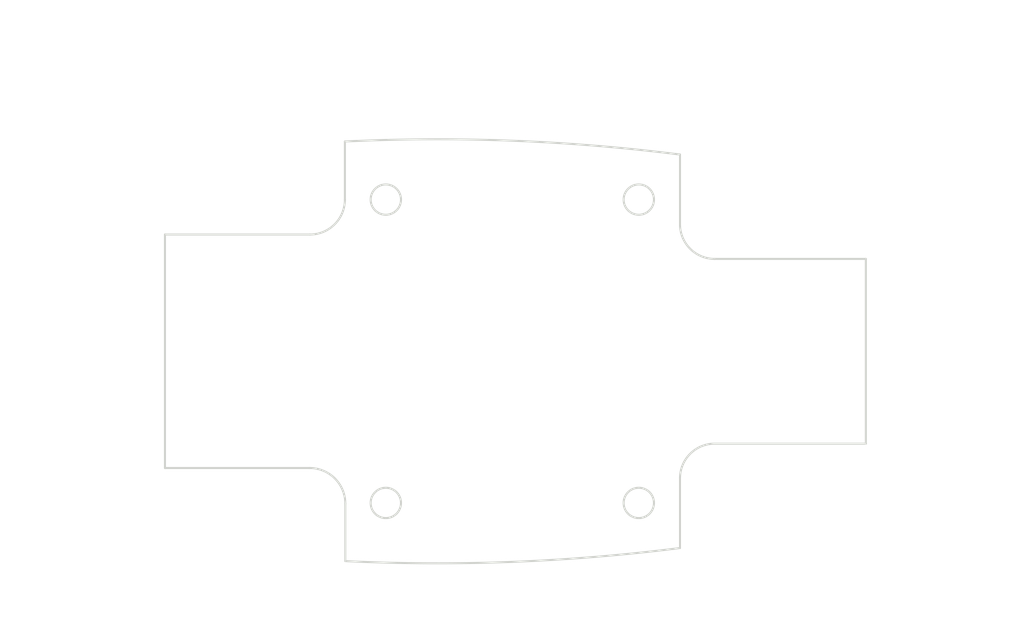
<source format=kicad_pcb>
(kicad_pcb (version 20171130) (host pcbnew "(5.1.0)-1")

  (general
    (thickness 1.6)
    (drawings 94)
    (tracks 0)
    (zones 0)
    (modules 0)
    (nets 1)
  )

  (page A4)
  (layers
    (0 F.Cu signal)
    (31 B.Cu signal)
    (32 B.Adhes user)
    (33 F.Adhes user)
    (34 B.Paste user)
    (35 F.Paste user)
    (36 B.SilkS user)
    (37 F.SilkS user)
    (38 B.Mask user)
    (39 F.Mask user)
    (40 Dwgs.User user)
    (41 Cmts.User user)
    (42 Eco1.User user)
    (43 Eco2.User user)
    (44 Edge.Cuts user)
    (45 Margin user)
    (46 B.CrtYd user)
    (47 F.CrtYd user)
    (48 B.Fab user)
    (49 F.Fab user)
  )

  (setup
    (last_trace_width 0.25)
    (trace_clearance 0.2)
    (zone_clearance 0.508)
    (zone_45_only no)
    (trace_min 0.2)
    (via_size 0.8)
    (via_drill 0.4)
    (via_min_size 0.4)
    (via_min_drill 0.3)
    (uvia_size 0.3)
    (uvia_drill 0.1)
    (uvias_allowed no)
    (uvia_min_size 0.2)
    (uvia_min_drill 0.1)
    (edge_width 0.05)
    (segment_width 0.2)
    (pcb_text_width 0.3)
    (pcb_text_size 1.5 1.5)
    (mod_edge_width 0.12)
    (mod_text_size 1 1)
    (mod_text_width 0.15)
    (pad_size 1.524 1.524)
    (pad_drill 0.762)
    (pad_to_mask_clearance 0.051)
    (solder_mask_min_width 0.25)
    (aux_axis_origin 0 0)
    (visible_elements FFFFEF7F)
    (pcbplotparams
      (layerselection 0x010fc_ffffffff)
      (usegerberextensions false)
      (usegerberattributes false)
      (usegerberadvancedattributes false)
      (creategerberjobfile false)
      (excludeedgelayer true)
      (linewidth 0.152400)
      (plotframeref false)
      (viasonmask false)
      (mode 1)
      (useauxorigin false)
      (hpglpennumber 1)
      (hpglpenspeed 20)
      (hpglpendiameter 15.000000)
      (psnegative false)
      (psa4output false)
      (plotreference true)
      (plotvalue true)
      (plotinvisibletext false)
      (padsonsilk false)
      (subtractmaskfromsilk false)
      (outputformat 1)
      (mirror false)
      (drillshape 1)
      (scaleselection 1)
      (outputdirectory ""))
  )

  (net 0 "")

  (net_class Default "This is the default net class."
    (clearance 0.2)
    (trace_width 0.25)
    (via_dia 0.8)
    (via_drill 0.4)
    (uvia_dia 0.3)
    (uvia_drill 0.1)
  )

  (gr_line (start 161.587333 118.374842) (end 161.587333 125.269927) (layer Edge.Cuts) (width 0.2))
  (gr_arc (start 165.015696 118.374842) (end 165.015696 114.946479) (angle -90) (layer Edge.Cuts) (width 0.2))
  (gr_line (start 179.953423 114.946479) (end 165.015696 114.946479) (layer Edge.Cuts) (width 0.2))
  (gr_line (start 179.953423 96.674661) (end 179.953423 114.946479) (layer Edge.Cuts) (width 0.2))
  (gr_line (start 165.015696 96.674661) (end 179.953423 96.674661) (layer Edge.Cuts) (width 0.2))
  (gr_arc (start 165.015696 93.245948) (end 161.586984 93.245949) (angle -89.99999246) (layer Edge.Cuts) (width 0.2))
  (gr_line (start 161.586983 86.353039) (end 161.586984 93.245949) (layer Edge.Cuts) (width 0.2))
  (gr_arc (start 137.64115 275.342052) (end 161.586983 86.353039) (angle -9.980073532) (layer Edge.Cuts) (width 0.2))
  (gr_line (start 128.47177 90.809281) (end 128.471769 85.062857) (layer Edge.Cuts) (width 0.2))
  (gr_arc (start 125.016109 90.809281) (end 125.016109 94.264942) (angle -90.00000754) (layer Edge.Cuts) (width 0.2))
  (gr_line (start 110.68982 94.264942) (end 125.016109 94.264942) (layer Edge.Cuts) (width 0.2))
  (gr_line (start 110.689823 117.356198) (end 110.68982 94.264942) (layer Edge.Cuts) (width 0.2))
  (gr_line (start 124.989483 117.356196) (end 110.689823 117.356198) (layer Edge.Cuts) (width 0.2))
  (gr_arc (start 124.989483 120.88069) (end 128.513978 120.88069) (angle -90.00000754) (layer Edge.Cuts) (width 0.2))
  (gr_line (start 128.513978 126.563186) (end 128.513978 120.88069) (layer Edge.Cuts) (width 0.2))
  (gr_arc (start 137.63541 -63.718315) (end 128.513978 126.563186) (angle -9.967482052) (layer Edge.Cuts) (width 0.2))
  (gr_circle (center 132.516105 120.809288) (end 134.016105 120.809288) (layer Edge.Cuts) (width 0.2))
  (gr_circle (center 157.516105 90.809288) (end 159.016105 90.809288) (layer Edge.Cuts) (width 0.2))
  (gr_circle (center 132.516105 90.809288) (end 134.016105 90.809288) (layer Edge.Cuts) (width 0.2))
  (gr_circle (center 157.516105 120.809288) (end 159.016105 120.809288) (layer Edge.Cuts) (width 0.2))
  (gr_text [.23] (at 167.280118 123.973331) (layer Dwgs.User)
    (effects (font (size 0.85 0.765) (thickness 0.10625)))
  )
  (gr_text " 5.86" (at 167.280118 122.194614) (layer Dwgs.User)
    (effects (font (size 0.85 0.765) (thickness 0.10625)))
  )
  (gr_line (start 169.973382 123.028601) (end 168.973382 123.028601) (layer Dwgs.User) (width 0.2))
  (gr_line (start 169.973382 120.809288) (end 169.973382 123.028601) (layer Dwgs.User) (width 0.2))
  (gr_line (start 169.973382 115.946479) (end 169.973382 119.809288) (layer Dwgs.User) (width 0.2))
  (gr_line (start 158.016105 120.809288) (end 171.560882 120.809288) (layer Dwgs.User) (width 0.2))
  (gr_text [.88] (at 168.734764 132.754018) (layer Dwgs.User)
    (effects (font (size 0.85 0.765) (thickness 0.10625)))
  )
  (gr_text " 22.44" (at 168.734764 130.982548) (layer Dwgs.User)
    (effects (font (size 0.85 0.765) (thickness 0.10625)))
  )
  (gr_line (start 158.516105 131.809288) (end 166.712748 131.809288) (layer Dwgs.User) (width 0.2))
  (gr_line (start 178.953423 131.809288) (end 170.75678 131.809288) (layer Dwgs.User) (width 0.2))
  (gr_line (start 157.516105 121.309288) (end 157.516105 133.396788) (layer Dwgs.User) (width 0.2))
  (gr_line (start 179.953423 115.446479) (end 179.953423 133.396788) (layer Dwgs.User) (width 0.2))
  (gr_text [.98] (at 145.016105 132.754018) (layer Dwgs.User)
    (effects (font (size 0.85 0.765) (thickness 0.10625)))
  )
  (gr_text " 25.00" (at 145.016105 130.975301) (layer Dwgs.User)
    (effects (font (size 0.85 0.765) (thickness 0.10625)))
  )
  (gr_line (start 156.516105 131.809288) (end 147.038411 131.809288) (layer Dwgs.User) (width 0.2))
  (gr_line (start 133.516105 131.809288) (end 142.9938 131.809288) (layer Dwgs.User) (width 0.2))
  (gr_line (start 157.516105 121.309288) (end 157.516105 133.396788) (layer Dwgs.User) (width 0.2))
  (gr_line (start 132.516105 121.309288) (end 132.516105 133.396788) (layer Dwgs.User) (width 0.2))
  (gr_text [1.63] (at 96.402134 106.757752) (layer Dwgs.User)
    (effects (font (size 0.85 0.765) (thickness 0.10625)))
  )
  (gr_text " 41.50" (at 96.402134 104.979034) (layer Dwgs.User)
    (effects (font (size 0.85 0.765) (thickness 0.10625)))
  )
  (gr_line (start 96.402134 125.563186) (end 96.402134 107.591739) (layer Dwgs.User) (width 0.2))
  (gr_line (start 96.402134 86.062857) (end 96.402134 104.034304) (layer Dwgs.User) (width 0.2))
  (gr_line (start 128.013978 126.563186) (end 94.814634 126.563186) (layer Dwgs.User) (width 0.2))
  (gr_line (start 127.971769 85.062857) (end 94.814634 85.062857) (layer Dwgs.User) (width 0.2))
  (gr_text [1.53] (at 193.587333 106.756214) (layer Dwgs.User)
    (effects (font (size 0.85 0.765) (thickness 0.10625)))
  )
  (gr_text " 38.92" (at 193.587333 104.977206) (layer Dwgs.User)
    (effects (font (size 0.85 0.765) (thickness 0.10625)))
  )
  (gr_line (start 193.587333 124.269927) (end 193.587333 107.590491) (layer Dwgs.User) (width 0.2))
  (gr_line (start 193.587333 87.353039) (end 193.587333 104.032476) (layer Dwgs.User) (width 0.2))
  (gr_line (start 162.087333 125.269927) (end 195.174833 125.269927) (layer Dwgs.User) (width 0.2))
  (gr_line (start 162.086983 86.353039) (end 195.174833 86.353039) (layer Dwgs.User) (width 0.2))
  (gr_text [.72] (at 170.482641 77.752632) (layer Dwgs.User)
    (effects (font (size 0.85 0.765) (thickness 0.10625)))
  )
  (gr_text " 18.37" (at 170.482641 75.973625) (layer Dwgs.User)
    (effects (font (size 0.85 0.765) (thickness 0.10625)))
  )
  (gr_line (start 178.953423 76.807902) (end 172.506396 76.807902) (layer Dwgs.User) (width 0.2))
  (gr_line (start 162.586983 76.807902) (end 168.458886 76.807902) (layer Dwgs.User) (width 0.2))
  (gr_line (start 179.953423 96.174661) (end 179.953423 75.220402) (layer Dwgs.User) (width 0.2))
  (gr_line (start 161.586983 85.853039) (end 161.586983 75.220402) (layer Dwgs.User) (width 0.2))
  (gr_text [R0.13] (at 169.64648 92.945472) (layer Dwgs.User)
    (effects (font (size 0.85 0.765) (thickness 0.10625)))
  )
  (gr_text " R3.43" (at 169.64648 91.166465) (layer Dwgs.User)
    (effects (font (size 0.85 0.765) (thickness 0.10625)))
  )
  (gr_line (start 166.411094 92.000742) (end 163.203586 94.863014) (layer Dwgs.User) (width 0.2))
  (gr_line (start 167.411094 92.000742) (end 166.411094 92.000742) (layer Dwgs.User) (width 0.2))
  (gr_text [1.18] (at 102.22778 106.754018) (layer Dwgs.User)
    (effects (font (size 0.85 0.765) (thickness 0.10625)))
  )
  (gr_text " 30.00" (at 102.22778 104.975011) (layer Dwgs.User)
    (effects (font (size 0.85 0.765) (thickness 0.10625)))
  )
  (gr_line (start 102.22778 119.809288) (end 102.22778 107.588295) (layer Dwgs.User) (width 0.2))
  (gr_line (start 102.22778 91.809288) (end 102.22778 104.03028) (layer Dwgs.User) (width 0.2))
  (gr_line (start 132.016105 120.809288) (end 100.64028 120.809288) (layer Dwgs.User) (width 0.2))
  (gr_line (start 132.016105 90.809288) (end 100.64028 90.809288) (layer Dwgs.User) (width 0.2))
  (gr_text [.91] (at 108.075015 106.7553) (layer Dwgs.User)
    (effects (font (size 0.85 0.765) (thickness 0.10625)))
  )
  (gr_text " 23.09" (at 108.075015 104.976293) (layer Dwgs.User)
    (effects (font (size 0.85 0.765) (thickness 0.10625)))
  )
  (gr_line (start 108.075015 95.264942) (end 108.075015 104.031562) (layer Dwgs.User) (width 0.2))
  (gr_line (start 108.075015 116.356198) (end 108.075015 107.589577) (layer Dwgs.User) (width 0.2))
  (gr_line (start 110.18982 94.264942) (end 106.487515 94.264942) (layer Dwgs.User) (width 0.2))
  (gr_line (start 110.189823 117.356198) (end 106.487515 117.356198) (layer Dwgs.User) (width 0.2))
  (gr_text [.72] (at 185.541695 106.7553) (layer Dwgs.User)
    (effects (font (size 0.85 0.765) (thickness 0.10625)))
  )
  (gr_text " 18.27" (at 185.541695 104.976583) (layer Dwgs.User)
    (effects (font (size 0.85 0.765) (thickness 0.10625)))
  )
  (gr_line (start 185.541695 113.946479) (end 185.541695 107.589287) (layer Dwgs.User) (width 0.2))
  (gr_line (start 185.541695 97.674661) (end 185.541695 104.031852) (layer Dwgs.User) (width 0.2))
  (gr_line (start 180.453423 114.946479) (end 187.129195 114.946479) (layer Dwgs.User) (width 0.2))
  (gr_line (start 180.453423 96.674661) (end 187.129195 96.674661) (layer Dwgs.User) (width 0.2))
  (gr_text [R7.50] (at 152.639791 83.611897) (layer Dwgs.User)
    (effects (font (size 0.85 0.765) (thickness 0.10625)))
  )
  (gr_text " R190.50" (at 152.639791 81.83318) (layer Dwgs.User)
    (effects (font (size 0.85 0.765) (thickness 0.10625)))
  )
  (gr_line (start 148.795583 82.667167) (end 148.709034 84.162158) (layer Dwgs.User) (width 0.2))
  (gr_line (start 149.858515 82.667167) (end 148.795583 82.667167) (layer Dwgs.User) (width 0.2))
  (gr_text [1.30] (at 150.351366 77.701667) (layer Dwgs.User)
    (effects (font (size 0.85 0.765) (thickness 0.10625)))
  )
  (gr_text " 33.12" (at 150.351366 75.92266) (layer Dwgs.User)
    (effects (font (size 0.85 0.765) (thickness 0.10625)))
  )
  (gr_line (start 160.586983 76.756937) (end 152.370772 76.756937) (layer Dwgs.User) (width 0.2))
  (gr_line (start 129.471769 76.756937) (end 148.331959 76.756937) (layer Dwgs.User) (width 0.2))
  (gr_line (start 161.586983 85.853039) (end 161.586983 75.169437) (layer Dwgs.User) (width 0.2))
  (gr_line (start 128.471769 84.562857) (end 128.471769 75.169437) (layer Dwgs.User) (width 0.2))
  (gr_text [2.73] (at 145.321618 73.701278) (layer Dwgs.User)
    (effects (font (size 0.85 0.765) (thickness 0.10625)))
  )
  (gr_text " 69.26" (at 145.321618 71.922561) (layer Dwgs.User)
    (effects (font (size 0.85 0.765) (thickness 0.10625)))
  )
  (gr_line (start 178.953423 72.756548) (end 147.345084 72.756548) (layer Dwgs.User) (width 0.2))
  (gr_line (start 111.68982 72.756548) (end 143.298153 72.756548) (layer Dwgs.User) (width 0.2))
  (gr_line (start 179.953423 96.174661) (end 179.953423 71.169048) (layer Dwgs.User) (width 0.2))
  (gr_line (start 110.68982 93.764942) (end 110.68982 71.169048) (layer Dwgs.User) (width 0.2))

)

</source>
